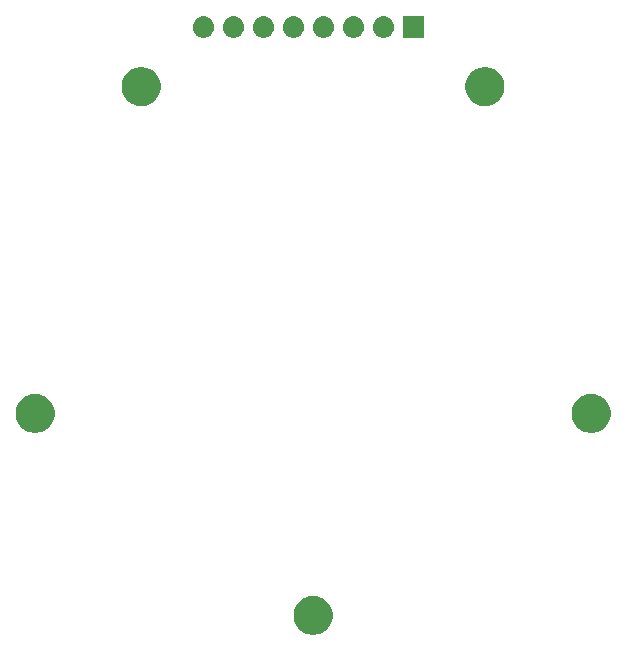
<source format=gbr>
G04 #@! TF.GenerationSoftware,KiCad,Pcbnew,5.0.2-bee76a0~70~ubuntu18.04.1*
G04 #@! TF.CreationDate,2019-08-19T12:56:06+02:00*
G04 #@! TF.ProjectId,roboy_3.0_40mm_ball_sensor,726f626f-795f-4332-9e30-5f34306d6d5f,rev?*
G04 #@! TF.SameCoordinates,Original*
G04 #@! TF.FileFunction,Soldermask,Bot*
G04 #@! TF.FilePolarity,Negative*
%FSLAX46Y46*%
G04 Gerber Fmt 4.6, Leading zero omitted, Abs format (unit mm)*
G04 Created by KiCad (PCBNEW 5.0.2-bee76a0~70~ubuntu18.04.1) date Mo 19 Aug 2019 12:56:06 CEST*
%MOMM*%
%LPD*%
G01*
G04 APERTURE LIST*
%ADD10C,0.100000*%
G04 APERTURE END LIST*
D10*
G36*
X160875256Y-123211298D02*
X160981579Y-123232447D01*
X161282042Y-123356903D01*
X161548852Y-123535180D01*
X161552454Y-123537587D01*
X161782413Y-123767546D01*
X161963098Y-124037960D01*
X162087553Y-124338422D01*
X162151000Y-124657389D01*
X162151000Y-124982611D01*
X162087553Y-125301578D01*
X161963098Y-125602040D01*
X161782413Y-125872454D01*
X161552454Y-126102413D01*
X161552451Y-126102415D01*
X161282042Y-126283097D01*
X160981579Y-126407553D01*
X160875256Y-126428702D01*
X160662611Y-126471000D01*
X160337389Y-126471000D01*
X160124744Y-126428702D01*
X160018421Y-126407553D01*
X159717958Y-126283097D01*
X159447549Y-126102415D01*
X159447546Y-126102413D01*
X159217587Y-125872454D01*
X159036902Y-125602040D01*
X158912447Y-125301578D01*
X158849000Y-124982611D01*
X158849000Y-124657389D01*
X158912447Y-124338422D01*
X159036902Y-124037960D01*
X159217587Y-123767546D01*
X159447546Y-123537587D01*
X159451148Y-123535180D01*
X159717958Y-123356903D01*
X160018421Y-123232447D01*
X160124744Y-123211298D01*
X160337389Y-123169000D01*
X160662611Y-123169000D01*
X160875256Y-123211298D01*
X160875256Y-123211298D01*
G37*
G36*
X184416282Y-106107741D02*
X184522605Y-106128890D01*
X184823068Y-106253346D01*
X185089878Y-106431623D01*
X185093480Y-106434030D01*
X185323439Y-106663989D01*
X185504124Y-106934403D01*
X185628579Y-107234865D01*
X185692026Y-107553832D01*
X185692026Y-107879054D01*
X185628579Y-108198021D01*
X185504124Y-108498483D01*
X185323439Y-108768897D01*
X185093480Y-108998856D01*
X185093477Y-108998858D01*
X184823068Y-109179540D01*
X184522605Y-109303996D01*
X184416282Y-109325145D01*
X184203637Y-109367443D01*
X183878415Y-109367443D01*
X183665770Y-109325145D01*
X183559447Y-109303996D01*
X183258984Y-109179540D01*
X182988575Y-108998858D01*
X182988572Y-108998856D01*
X182758613Y-108768897D01*
X182577928Y-108498483D01*
X182453473Y-108198021D01*
X182390026Y-107879054D01*
X182390026Y-107553832D01*
X182453473Y-107234865D01*
X182577928Y-106934403D01*
X182758613Y-106663989D01*
X182988572Y-106434030D01*
X182992174Y-106431623D01*
X183258984Y-106253346D01*
X183559447Y-106128890D01*
X183665770Y-106107741D01*
X183878415Y-106065443D01*
X184203637Y-106065443D01*
X184416282Y-106107741D01*
X184416282Y-106107741D01*
G37*
G36*
X137334230Y-106107741D02*
X137440553Y-106128890D01*
X137741016Y-106253346D01*
X138007826Y-106431623D01*
X138011428Y-106434030D01*
X138241387Y-106663989D01*
X138422072Y-106934403D01*
X138546527Y-107234865D01*
X138609974Y-107553832D01*
X138609974Y-107879054D01*
X138546527Y-108198021D01*
X138422072Y-108498483D01*
X138241387Y-108768897D01*
X138011428Y-108998856D01*
X138011425Y-108998858D01*
X137741016Y-109179540D01*
X137440553Y-109303996D01*
X137334230Y-109325145D01*
X137121585Y-109367443D01*
X136796363Y-109367443D01*
X136583718Y-109325145D01*
X136477395Y-109303996D01*
X136176932Y-109179540D01*
X135906523Y-108998858D01*
X135906520Y-108998856D01*
X135676561Y-108768897D01*
X135495876Y-108498483D01*
X135371421Y-108198021D01*
X135307974Y-107879054D01*
X135307974Y-107553832D01*
X135371421Y-107234865D01*
X135495876Y-106934403D01*
X135676561Y-106663989D01*
X135906520Y-106434030D01*
X135910122Y-106431623D01*
X136176932Y-106253346D01*
X136477395Y-106128890D01*
X136583718Y-106107741D01*
X136796363Y-106065443D01*
X137121585Y-106065443D01*
X137334230Y-106107741D01*
X137334230Y-106107741D01*
G37*
G36*
X146326102Y-78433605D02*
X146432425Y-78454754D01*
X146732888Y-78579210D01*
X146999698Y-78757487D01*
X147003300Y-78759894D01*
X147233259Y-78989853D01*
X147413944Y-79260267D01*
X147538399Y-79560729D01*
X147601846Y-79879696D01*
X147601846Y-80204918D01*
X147538399Y-80523885D01*
X147413944Y-80824347D01*
X147233259Y-81094761D01*
X147003300Y-81324720D01*
X147003297Y-81324722D01*
X146732888Y-81505404D01*
X146432425Y-81629860D01*
X146326102Y-81651009D01*
X146113457Y-81693307D01*
X145788235Y-81693307D01*
X145575590Y-81651009D01*
X145469267Y-81629860D01*
X145168804Y-81505404D01*
X144898395Y-81324722D01*
X144898392Y-81324720D01*
X144668433Y-81094761D01*
X144487748Y-80824347D01*
X144363293Y-80523885D01*
X144299846Y-80204918D01*
X144299846Y-79879696D01*
X144363293Y-79560729D01*
X144487748Y-79260267D01*
X144668433Y-78989853D01*
X144898392Y-78759894D01*
X144901994Y-78757487D01*
X145168804Y-78579210D01*
X145469267Y-78454754D01*
X145575590Y-78433605D01*
X145788235Y-78391307D01*
X146113457Y-78391307D01*
X146326102Y-78433605D01*
X146326102Y-78433605D01*
G37*
G36*
X175424410Y-78433605D02*
X175530733Y-78454754D01*
X175831196Y-78579210D01*
X176098006Y-78757487D01*
X176101608Y-78759894D01*
X176331567Y-78989853D01*
X176512252Y-79260267D01*
X176636707Y-79560729D01*
X176700154Y-79879696D01*
X176700154Y-80204918D01*
X176636707Y-80523885D01*
X176512252Y-80824347D01*
X176331567Y-81094761D01*
X176101608Y-81324720D01*
X176101605Y-81324722D01*
X175831196Y-81505404D01*
X175530733Y-81629860D01*
X175424410Y-81651009D01*
X175211765Y-81693307D01*
X174886543Y-81693307D01*
X174673898Y-81651009D01*
X174567575Y-81629860D01*
X174267112Y-81505404D01*
X173996703Y-81324722D01*
X173996700Y-81324720D01*
X173766741Y-81094761D01*
X173586056Y-80824347D01*
X173461601Y-80523885D01*
X173398154Y-80204918D01*
X173398154Y-79879696D01*
X173461601Y-79560729D01*
X173586056Y-79260267D01*
X173766741Y-78989853D01*
X173996700Y-78759894D01*
X174000302Y-78757487D01*
X174267112Y-78579210D01*
X174567575Y-78454754D01*
X174673898Y-78433605D01*
X174886543Y-78391307D01*
X175211765Y-78391307D01*
X175424410Y-78433605D01*
X175424410Y-78433605D01*
G37*
G36*
X151330442Y-74105518D02*
X151396627Y-74112037D01*
X151509853Y-74146384D01*
X151566467Y-74163557D01*
X151705087Y-74237652D01*
X151722991Y-74247222D01*
X151758729Y-74276552D01*
X151860186Y-74359814D01*
X151943448Y-74461271D01*
X151972778Y-74497009D01*
X151972779Y-74497011D01*
X152056443Y-74653533D01*
X152056443Y-74653534D01*
X152107963Y-74823373D01*
X152125359Y-75000000D01*
X152107963Y-75176627D01*
X152073616Y-75289853D01*
X152056443Y-75346467D01*
X151982348Y-75485087D01*
X151972778Y-75502991D01*
X151943448Y-75538729D01*
X151860186Y-75640186D01*
X151758729Y-75723448D01*
X151722991Y-75752778D01*
X151722989Y-75752779D01*
X151566467Y-75836443D01*
X151509853Y-75853616D01*
X151396627Y-75887963D01*
X151330443Y-75894481D01*
X151264260Y-75901000D01*
X151175740Y-75901000D01*
X151109557Y-75894481D01*
X151043373Y-75887963D01*
X150930147Y-75853616D01*
X150873533Y-75836443D01*
X150717011Y-75752779D01*
X150717009Y-75752778D01*
X150681271Y-75723448D01*
X150579814Y-75640186D01*
X150496552Y-75538729D01*
X150467222Y-75502991D01*
X150457652Y-75485087D01*
X150383557Y-75346467D01*
X150366384Y-75289853D01*
X150332037Y-75176627D01*
X150314641Y-75000000D01*
X150332037Y-74823373D01*
X150383557Y-74653534D01*
X150383557Y-74653533D01*
X150467221Y-74497011D01*
X150467222Y-74497009D01*
X150496552Y-74461271D01*
X150579814Y-74359814D01*
X150681271Y-74276552D01*
X150717009Y-74247222D01*
X150734913Y-74237652D01*
X150873533Y-74163557D01*
X150930147Y-74146384D01*
X151043373Y-74112037D01*
X151109558Y-74105518D01*
X151175740Y-74099000D01*
X151264260Y-74099000D01*
X151330442Y-74105518D01*
X151330442Y-74105518D01*
G37*
G36*
X169901000Y-75901000D02*
X168099000Y-75901000D01*
X168099000Y-74099000D01*
X169901000Y-74099000D01*
X169901000Y-75901000D01*
X169901000Y-75901000D01*
G37*
G36*
X153870442Y-74105518D02*
X153936627Y-74112037D01*
X154049853Y-74146384D01*
X154106467Y-74163557D01*
X154245087Y-74237652D01*
X154262991Y-74247222D01*
X154298729Y-74276552D01*
X154400186Y-74359814D01*
X154483448Y-74461271D01*
X154512778Y-74497009D01*
X154512779Y-74497011D01*
X154596443Y-74653533D01*
X154596443Y-74653534D01*
X154647963Y-74823373D01*
X154665359Y-75000000D01*
X154647963Y-75176627D01*
X154613616Y-75289853D01*
X154596443Y-75346467D01*
X154522348Y-75485087D01*
X154512778Y-75502991D01*
X154483448Y-75538729D01*
X154400186Y-75640186D01*
X154298729Y-75723448D01*
X154262991Y-75752778D01*
X154262989Y-75752779D01*
X154106467Y-75836443D01*
X154049853Y-75853616D01*
X153936627Y-75887963D01*
X153870443Y-75894481D01*
X153804260Y-75901000D01*
X153715740Y-75901000D01*
X153649557Y-75894481D01*
X153583373Y-75887963D01*
X153470147Y-75853616D01*
X153413533Y-75836443D01*
X153257011Y-75752779D01*
X153257009Y-75752778D01*
X153221271Y-75723448D01*
X153119814Y-75640186D01*
X153036552Y-75538729D01*
X153007222Y-75502991D01*
X152997652Y-75485087D01*
X152923557Y-75346467D01*
X152906384Y-75289853D01*
X152872037Y-75176627D01*
X152854641Y-75000000D01*
X152872037Y-74823373D01*
X152923557Y-74653534D01*
X152923557Y-74653533D01*
X153007221Y-74497011D01*
X153007222Y-74497009D01*
X153036552Y-74461271D01*
X153119814Y-74359814D01*
X153221271Y-74276552D01*
X153257009Y-74247222D01*
X153274913Y-74237652D01*
X153413533Y-74163557D01*
X153470147Y-74146384D01*
X153583373Y-74112037D01*
X153649558Y-74105518D01*
X153715740Y-74099000D01*
X153804260Y-74099000D01*
X153870442Y-74105518D01*
X153870442Y-74105518D01*
G37*
G36*
X156410442Y-74105518D02*
X156476627Y-74112037D01*
X156589853Y-74146384D01*
X156646467Y-74163557D01*
X156785087Y-74237652D01*
X156802991Y-74247222D01*
X156838729Y-74276552D01*
X156940186Y-74359814D01*
X157023448Y-74461271D01*
X157052778Y-74497009D01*
X157052779Y-74497011D01*
X157136443Y-74653533D01*
X157136443Y-74653534D01*
X157187963Y-74823373D01*
X157205359Y-75000000D01*
X157187963Y-75176627D01*
X157153616Y-75289853D01*
X157136443Y-75346467D01*
X157062348Y-75485087D01*
X157052778Y-75502991D01*
X157023448Y-75538729D01*
X156940186Y-75640186D01*
X156838729Y-75723448D01*
X156802991Y-75752778D01*
X156802989Y-75752779D01*
X156646467Y-75836443D01*
X156589853Y-75853616D01*
X156476627Y-75887963D01*
X156410443Y-75894481D01*
X156344260Y-75901000D01*
X156255740Y-75901000D01*
X156189557Y-75894481D01*
X156123373Y-75887963D01*
X156010147Y-75853616D01*
X155953533Y-75836443D01*
X155797011Y-75752779D01*
X155797009Y-75752778D01*
X155761271Y-75723448D01*
X155659814Y-75640186D01*
X155576552Y-75538729D01*
X155547222Y-75502991D01*
X155537652Y-75485087D01*
X155463557Y-75346467D01*
X155446384Y-75289853D01*
X155412037Y-75176627D01*
X155394641Y-75000000D01*
X155412037Y-74823373D01*
X155463557Y-74653534D01*
X155463557Y-74653533D01*
X155547221Y-74497011D01*
X155547222Y-74497009D01*
X155576552Y-74461271D01*
X155659814Y-74359814D01*
X155761271Y-74276552D01*
X155797009Y-74247222D01*
X155814913Y-74237652D01*
X155953533Y-74163557D01*
X156010147Y-74146384D01*
X156123373Y-74112037D01*
X156189558Y-74105518D01*
X156255740Y-74099000D01*
X156344260Y-74099000D01*
X156410442Y-74105518D01*
X156410442Y-74105518D01*
G37*
G36*
X158950442Y-74105518D02*
X159016627Y-74112037D01*
X159129853Y-74146384D01*
X159186467Y-74163557D01*
X159325087Y-74237652D01*
X159342991Y-74247222D01*
X159378729Y-74276552D01*
X159480186Y-74359814D01*
X159563448Y-74461271D01*
X159592778Y-74497009D01*
X159592779Y-74497011D01*
X159676443Y-74653533D01*
X159676443Y-74653534D01*
X159727963Y-74823373D01*
X159745359Y-75000000D01*
X159727963Y-75176627D01*
X159693616Y-75289853D01*
X159676443Y-75346467D01*
X159602348Y-75485087D01*
X159592778Y-75502991D01*
X159563448Y-75538729D01*
X159480186Y-75640186D01*
X159378729Y-75723448D01*
X159342991Y-75752778D01*
X159342989Y-75752779D01*
X159186467Y-75836443D01*
X159129853Y-75853616D01*
X159016627Y-75887963D01*
X158950443Y-75894481D01*
X158884260Y-75901000D01*
X158795740Y-75901000D01*
X158729557Y-75894481D01*
X158663373Y-75887963D01*
X158550147Y-75853616D01*
X158493533Y-75836443D01*
X158337011Y-75752779D01*
X158337009Y-75752778D01*
X158301271Y-75723448D01*
X158199814Y-75640186D01*
X158116552Y-75538729D01*
X158087222Y-75502991D01*
X158077652Y-75485087D01*
X158003557Y-75346467D01*
X157986384Y-75289853D01*
X157952037Y-75176627D01*
X157934641Y-75000000D01*
X157952037Y-74823373D01*
X158003557Y-74653534D01*
X158003557Y-74653533D01*
X158087221Y-74497011D01*
X158087222Y-74497009D01*
X158116552Y-74461271D01*
X158199814Y-74359814D01*
X158301271Y-74276552D01*
X158337009Y-74247222D01*
X158354913Y-74237652D01*
X158493533Y-74163557D01*
X158550147Y-74146384D01*
X158663373Y-74112037D01*
X158729558Y-74105518D01*
X158795740Y-74099000D01*
X158884260Y-74099000D01*
X158950442Y-74105518D01*
X158950442Y-74105518D01*
G37*
G36*
X161490442Y-74105518D02*
X161556627Y-74112037D01*
X161669853Y-74146384D01*
X161726467Y-74163557D01*
X161865087Y-74237652D01*
X161882991Y-74247222D01*
X161918729Y-74276552D01*
X162020186Y-74359814D01*
X162103448Y-74461271D01*
X162132778Y-74497009D01*
X162132779Y-74497011D01*
X162216443Y-74653533D01*
X162216443Y-74653534D01*
X162267963Y-74823373D01*
X162285359Y-75000000D01*
X162267963Y-75176627D01*
X162233616Y-75289853D01*
X162216443Y-75346467D01*
X162142348Y-75485087D01*
X162132778Y-75502991D01*
X162103448Y-75538729D01*
X162020186Y-75640186D01*
X161918729Y-75723448D01*
X161882991Y-75752778D01*
X161882989Y-75752779D01*
X161726467Y-75836443D01*
X161669853Y-75853616D01*
X161556627Y-75887963D01*
X161490443Y-75894481D01*
X161424260Y-75901000D01*
X161335740Y-75901000D01*
X161269557Y-75894481D01*
X161203373Y-75887963D01*
X161090147Y-75853616D01*
X161033533Y-75836443D01*
X160877011Y-75752779D01*
X160877009Y-75752778D01*
X160841271Y-75723448D01*
X160739814Y-75640186D01*
X160656552Y-75538729D01*
X160627222Y-75502991D01*
X160617652Y-75485087D01*
X160543557Y-75346467D01*
X160526384Y-75289853D01*
X160492037Y-75176627D01*
X160474641Y-75000000D01*
X160492037Y-74823373D01*
X160543557Y-74653534D01*
X160543557Y-74653533D01*
X160627221Y-74497011D01*
X160627222Y-74497009D01*
X160656552Y-74461271D01*
X160739814Y-74359814D01*
X160841271Y-74276552D01*
X160877009Y-74247222D01*
X160894913Y-74237652D01*
X161033533Y-74163557D01*
X161090147Y-74146384D01*
X161203373Y-74112037D01*
X161269558Y-74105518D01*
X161335740Y-74099000D01*
X161424260Y-74099000D01*
X161490442Y-74105518D01*
X161490442Y-74105518D01*
G37*
G36*
X164030442Y-74105518D02*
X164096627Y-74112037D01*
X164209853Y-74146384D01*
X164266467Y-74163557D01*
X164405087Y-74237652D01*
X164422991Y-74247222D01*
X164458729Y-74276552D01*
X164560186Y-74359814D01*
X164643448Y-74461271D01*
X164672778Y-74497009D01*
X164672779Y-74497011D01*
X164756443Y-74653533D01*
X164756443Y-74653534D01*
X164807963Y-74823373D01*
X164825359Y-75000000D01*
X164807963Y-75176627D01*
X164773616Y-75289853D01*
X164756443Y-75346467D01*
X164682348Y-75485087D01*
X164672778Y-75502991D01*
X164643448Y-75538729D01*
X164560186Y-75640186D01*
X164458729Y-75723448D01*
X164422991Y-75752778D01*
X164422989Y-75752779D01*
X164266467Y-75836443D01*
X164209853Y-75853616D01*
X164096627Y-75887963D01*
X164030443Y-75894481D01*
X163964260Y-75901000D01*
X163875740Y-75901000D01*
X163809557Y-75894481D01*
X163743373Y-75887963D01*
X163630147Y-75853616D01*
X163573533Y-75836443D01*
X163417011Y-75752779D01*
X163417009Y-75752778D01*
X163381271Y-75723448D01*
X163279814Y-75640186D01*
X163196552Y-75538729D01*
X163167222Y-75502991D01*
X163157652Y-75485087D01*
X163083557Y-75346467D01*
X163066384Y-75289853D01*
X163032037Y-75176627D01*
X163014641Y-75000000D01*
X163032037Y-74823373D01*
X163083557Y-74653534D01*
X163083557Y-74653533D01*
X163167221Y-74497011D01*
X163167222Y-74497009D01*
X163196552Y-74461271D01*
X163279814Y-74359814D01*
X163381271Y-74276552D01*
X163417009Y-74247222D01*
X163434913Y-74237652D01*
X163573533Y-74163557D01*
X163630147Y-74146384D01*
X163743373Y-74112037D01*
X163809558Y-74105518D01*
X163875740Y-74099000D01*
X163964260Y-74099000D01*
X164030442Y-74105518D01*
X164030442Y-74105518D01*
G37*
G36*
X166570442Y-74105518D02*
X166636627Y-74112037D01*
X166749853Y-74146384D01*
X166806467Y-74163557D01*
X166945087Y-74237652D01*
X166962991Y-74247222D01*
X166998729Y-74276552D01*
X167100186Y-74359814D01*
X167183448Y-74461271D01*
X167212778Y-74497009D01*
X167212779Y-74497011D01*
X167296443Y-74653533D01*
X167296443Y-74653534D01*
X167347963Y-74823373D01*
X167365359Y-75000000D01*
X167347963Y-75176627D01*
X167313616Y-75289853D01*
X167296443Y-75346467D01*
X167222348Y-75485087D01*
X167212778Y-75502991D01*
X167183448Y-75538729D01*
X167100186Y-75640186D01*
X166998729Y-75723448D01*
X166962991Y-75752778D01*
X166962989Y-75752779D01*
X166806467Y-75836443D01*
X166749853Y-75853616D01*
X166636627Y-75887963D01*
X166570443Y-75894481D01*
X166504260Y-75901000D01*
X166415740Y-75901000D01*
X166349557Y-75894481D01*
X166283373Y-75887963D01*
X166170147Y-75853616D01*
X166113533Y-75836443D01*
X165957011Y-75752779D01*
X165957009Y-75752778D01*
X165921271Y-75723448D01*
X165819814Y-75640186D01*
X165736552Y-75538729D01*
X165707222Y-75502991D01*
X165697652Y-75485087D01*
X165623557Y-75346467D01*
X165606384Y-75289853D01*
X165572037Y-75176627D01*
X165554641Y-75000000D01*
X165572037Y-74823373D01*
X165623557Y-74653534D01*
X165623557Y-74653533D01*
X165707221Y-74497011D01*
X165707222Y-74497009D01*
X165736552Y-74461271D01*
X165819814Y-74359814D01*
X165921271Y-74276552D01*
X165957009Y-74247222D01*
X165974913Y-74237652D01*
X166113533Y-74163557D01*
X166170147Y-74146384D01*
X166283373Y-74112037D01*
X166349558Y-74105518D01*
X166415740Y-74099000D01*
X166504260Y-74099000D01*
X166570442Y-74105518D01*
X166570442Y-74105518D01*
G37*
M02*

</source>
